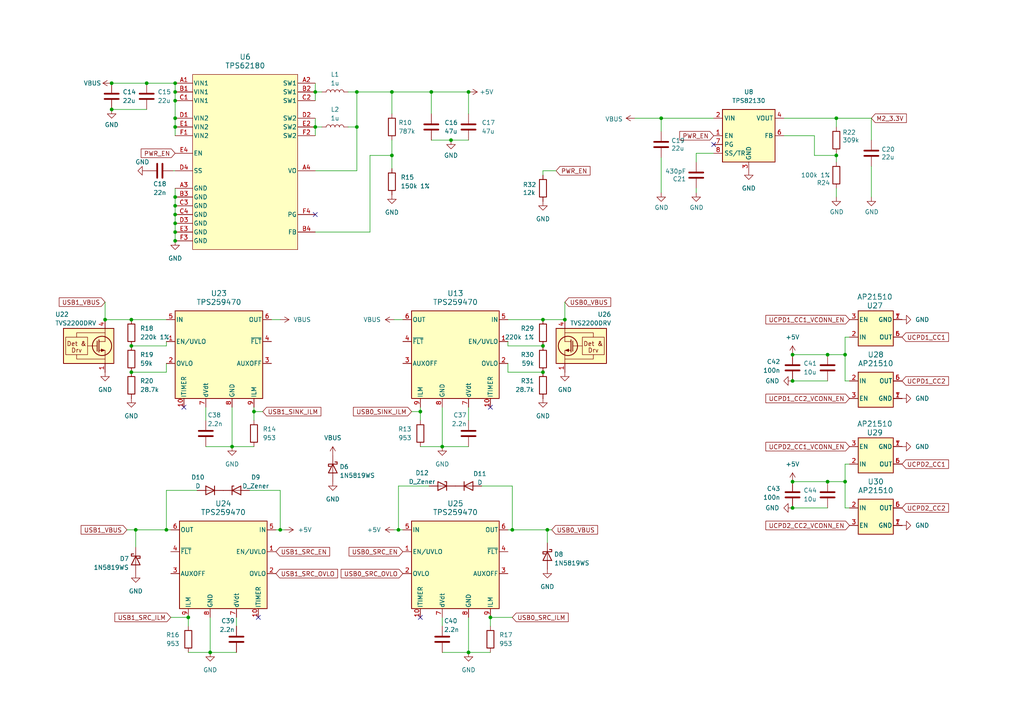
<source format=kicad_sch>
(kicad_sch (version 20231120) (generator "eeschema") (generator_version "8.0")
  (paper "A4")
  (lib_symbols
    (symbol "Device:C" (pin_numbers hide) (pin_names (offset 0.254))
      (property "Reference" "C" (at 0.635 2.54 0))
      (property "Value" "C" (at 0.635 -2.54 0))
      (symbol "C_0_1"
        (polyline (pts (xy -2.032 -0.762) (xy 2.032 -0.762)) (stroke (width 0.508)))
        (polyline (pts (xy -2.032 0.762) (xy 2.032 0.762)) (stroke (width 0.508)))
      )
      (symbol "C_1_1"
        (pin passive line (at 0 3.81 270) (length 2.794) (name "~") (number "1"))
        (pin passive line (at 0 -3.81 90) (length 2.794) (name "~") (number "2"))
      )
    )
    (symbol "Device:D" (pin_numbers hide) (pin_names (offset 1.016) hide)
      (property "Reference" "D" (at 0 2.54 0))
      (property "Value" "D" (at 0 -2.54 0))
      (symbol "D_0_1"
        (polyline (pts (xy -1.27 1.27) (xy -1.27 -1.27)) (stroke (width 0.254)))
        (polyline (pts (xy 1.27 0) (xy -1.27 0)))
        (polyline (pts (xy 1.27 1.27) (xy 1.27 -1.27) (xy -1.27 0) (xy 1.27 1.27)) (stroke (width 0.254)))
      )
      (symbol "D_1_1"
        (pin passive line (at -3.81 0 0) (length 2.54) (name "K") (number "1"))
        (pin passive line (at 3.81 0 180) (length 2.54) (name "A") (number "2"))
      )
    )
    (symbol "Device:D_Schottky" (pin_numbers hide) (pin_names (offset 1.016) hide)
      (property "Reference" "D" (at 0 2.54 0))
      (property "Value" "D_Schottky" (at 0 -2.54 0))
      (symbol "D_Schottky_0_1"
        (polyline (pts (xy 1.27 0) (xy -1.27 0)))
        (polyline (pts (xy 1.27 1.27) (xy 1.27 -1.27) (xy -1.27 0) (xy 1.27 1.27)) (stroke (width 0.254)))
        (polyline (pts (xy -1.905 0.635) (xy -1.905 1.27) (xy -1.27 1.27) (xy -1.27 -1.27) (xy -0.635 -1.27) (xy -0.635 -0.635)) (stroke (width 0.254)))
      )
      (symbol "D_Schottky_1_1"
        (pin passive line (at -3.81 0 0) (length 2.54) (name "K") (number "1"))
        (pin passive line (at 3.81 0 180) (length 2.54) (name "A") (number "2"))
      )
    )
    (symbol "Device:D_Zener" (pin_numbers hide) (pin_names (offset 1.016) hide)
      (property "Reference" "D" (at 0 2.54 0))
      (property "Value" "D_Zener" (at 0 -2.54 0))
      (symbol "D_Zener_0_1"
        (polyline (pts (xy 1.27 0) (xy -1.27 0)))
        (polyline (pts (xy -1.27 -1.27) (xy -1.27 1.27) (xy -0.762 1.27)) (stroke (width 0.254)))
        (polyline (pts (xy 1.27 -1.27) (xy 1.27 1.27) (xy -1.27 0) (xy 1.27 -1.27)) (stroke (width 0.254)))
      )
      (symbol "D_Zener_1_1"
        (pin passive line (at -3.81 0 0) (length 2.54) (name "K") (number "1"))
        (pin passive line (at 3.81 0 180) (length 2.54) (name "A") (number "2"))
      )
    )
    (symbol "Device:L" (pin_numbers hide) (pin_names (offset 1.016) hide)
      (property "Reference" "L" (at -1.27 0 90))
      (property "Value" "L" (at 1.905 0 90))
      (symbol "L_0_1"
        (arc (start 0 -2.54) (mid 0.6323 -1.905) (end 0 -1.27))
        (arc (start 0 -1.27) (mid 0.6323 -0.635) (end 0 0))
        (arc (start 0 0) (mid 0.6323 0.635) (end 0 1.27))
        (arc (start 0 1.27) (mid 0.6323 1.905) (end 0 2.54))
      )
      (symbol "L_1_1"
        (pin passive line (at 0 3.81 270) (length 1.27) (name "1") (number "1"))
        (pin passive line (at 0 -3.81 90) (length 1.27) (name "2") (number "2"))
      )
    )
    (symbol "Device:R" (pin_numbers hide) (pin_names (offset 0))
      (property "Reference" "R" (at 2.032 0 90))
      (property "Value" "R" (at 0 0 90))
      (symbol "R_0_1"
        (rectangle (start -1.016 -2.54) (end 1.016 2.54) (stroke (width 0.254)))
      )
      (symbol "R_1_1"
        (pin passive line (at 0 3.81 270) (length 1.27) (name "~") (number "1"))
        (pin passive line (at 0 -3.81 90) (length 1.27) (name "~") (number "2"))
      )
    )
    (symbol "GND_1" (power) (pin_numbers hide) (pin_names (offset 0) hide)
      (property "Value" "GND" (at 0 -3.81 0))
      (symbol "GND_1_0_1"
        (polyline (pts (xy 0 0) (xy 0 -1.27) (xy 1.27 -1.27) (xy 0 -2.54) (xy -1.27 -1.27) (xy 0 -1.27)))
      )
      (symbol "GND_1_1_1"
        (pin power_in line (at 0 0 270) (length 0) (name "~") (number "1"))
      )
    )
    (symbol "GND_2" (power) (pin_numbers hide) (pin_names (offset 0) hide)
      (property "Value" "GND" (at 0 -3.81 0))
      (symbol "GND_2_0_1"
        (polyline (pts (xy 0 0) (xy 0 -1.27) (xy 1.27 -1.27) (xy 0 -2.54) (xy -1.27 -1.27) (xy 0 -1.27)))
      )
      (symbol "GND_2_1_1"
        (pin power_in line (at 0 0 270) (length 0) (name "~") (number "1"))
      )
    )
    (symbol "GND_3" (power) (pin_numbers hide) (pin_names (offset 0) hide)
      (property "Value" "GND" (at 0 -3.81 0))
      (symbol "GND_3_0_1"
        (polyline (pts (xy 0 0) (xy 0 -1.27) (xy 1.27 -1.27) (xy 0 -2.54) (xy -1.27 -1.27) (xy 0 -1.27)))
      )
      (symbol "GND_3_1_1"
        (pin power_in line (at 0 0 270) (length 0) (name "~") (number "1"))
      )
    )
    (symbol "GND_4" (power) (pin_numbers hide) (pin_names (offset 0) hide)
      (property "Value" "GND" (at 0 -3.81 0))
      (symbol "GND_4_0_1"
        (polyline (pts (xy 0 0) (xy 0 -1.27) (xy 1.27 -1.27) (xy 0 -2.54) (xy -1.27 -1.27) (xy 0 -1.27)))
      )
      (symbol "GND_4_1_1"
        (pin power_in line (at 0 0 270) (length 0) (name "~") (number "1"))
      )
    )
    (symbol "GND_5" (power) (pin_numbers hide) (pin_names (offset 0) hide)
      (property "Value" "GND" (at 0 -3.81 0))
      (symbol "GND_5_0_1"
        (polyline (pts (xy 0 0) (xy 0 -1.27) (xy 1.27 -1.27) (xy 0 -2.54) (xy -1.27 -1.27) (xy 0 -1.27)))
      )
      (symbol "GND_5_1_1"
        (pin power_in line (at 0 0 270) (length 0) (name "~") (number "1"))
      )
    )
    (symbol "GND_6" (power) (pin_numbers hide) (pin_names (offset 0) hide)
      (property "Value" "GND" (at 0 -3.81 0))
      (symbol "GND_6_0_1"
        (polyline (pts (xy 0 0) (xy 0 -1.27) (xy 1.27 -1.27) (xy 0 -2.54) (xy -1.27 -1.27) (xy 0 -1.27)))
      )
      (symbol "GND_6_1_1"
        (pin power_in line (at 0 0 270) (length 0) (name "~") (number "1"))
      )
    )
    (symbol "PiCard:AP21510FM-7" (pin_names (offset 0.254))
      (property "Reference" "U" (at 0 9.652 0))
      (property "Value" "AP21510" (at 0 7.112 0))
      (symbol "AP21510FM-7_1_1"
        (rectangle (start -5.08 5.08) (end 5.08 -5.08) (stroke (width 0.254)) (fill (type background)))
        (pin power_out line (at 7.62 -2.54 180) (length 2.54) (name "GND") (number "1"))
        (pin input line (at -7.62 2.54 0) (length 2.54) (name "IN") (number "2"))
        (pin unspecified line (at -7.62 -2.54 0) (length 2.54) (name "EN") (number "3"))
        (pin no_connect line (at 7.62 -8.89 180) (length 2.54) hide (name "NC") (number "4"))
        (pin output line (at 7.62 2.54 180) (length 2.54) (name "OUT") (number "5"))
        (pin output line (at 7.62 2.54 180) (length 2.54) (name "OUT") (number "6"))
        (pin unspecified line (at 7.62 -2.54 180) (length 2.54) (name "GND") (number "7"))
      )
    )
    (symbol "PiCard:TPS259470" (pin_names (offset 0.254))
      (property "Reference" "U" (at -19.05 12.7 0))
      (property "Value" "TPS259470" (at 0 16.51 0))
      (symbol "TPS259470_0_1"
        (pin output line (at -10.16 -15.24 90) (length 2.54) (name "ITIMER") (number "10"))
        (pin power_in line (at -15.24 10.16 0) (length 2.54) (name "IN") (number "5"))
        (pin output line (at -3.81 -15.24 90) (length 2.54) (name "dVdt") (number "7"))
        (pin power_in line (at 3.81 -15.24 90) (length 2.54) (name "GND") (number "8"))
        (pin output line (at 10.16 -15.24 90) (length 2.54) (name "ILM") (number "9"))
      )
      (symbol "TPS259470_1_1"
        (rectangle (start -12.7 12.7) (end 12.7 -12.7) (stroke (width 0.254)) (fill (type background)))
        (pin input line (at -15.24 3.81 0) (length 2.54) (name "EN/UVLO") (number "1"))
        (pin input line (at -15.24 -2.54 0) (length 2.54) (name "OVLO") (number "2"))
        (pin output line (at 15.24 -2.54 180) (length 2.54) (name "AUXOFF") (number "3"))
        (pin output line (at 15.24 3.81 180) (length 2.54) (name "~{FLT}") (number "4"))
        (pin power_out line (at 15.24 10.16 180) (length 2.54) (name "OUT") (number "6"))
      )
    )
    (symbol "PiCard:TPS62180" (pin_names (offset 0.254))
      (property "Reference" "U" (at 0 2.54 0))
      (property "Value" "TPS62180" (at 0 0 0))
      (symbol "TPS62180_0_1"
        (pin power_in line (at -20.32 22.86 0) (length 5.08) (name "VIN1") (number "A1"))
        (pin power_in line (at 20.32 22.86 180) (length 5.08) (name "SW1") (number "A2"))
        (pin power_in line (at -20.32 -7.62 0) (length 5.08) (name "GND") (number "A3"))
        (pin input line (at 20.32 -2.54 180) (length 5.08) (name "VO") (number "A4"))
        (pin power_in line (at -20.32 20.32 0) (length 5.08) (name "VIN1") (number "B1"))
        (pin power_in line (at 20.32 20.32 180) (length 5.08) (name "SW1") (number "B2"))
        (pin power_in line (at -20.32 -10.16 0) (length 5.08) (name "GND") (number "B3"))
        (pin input line (at 20.32 -20.32 180) (length 5.08) (name "FB") (number "B4"))
        (pin power_in line (at -20.32 17.78 0) (length 5.08) (name "VIN1") (number "C1"))
        (pin power_in line (at 20.32 17.78 180) (length 5.08) (name "SW1") (number "C2"))
        (pin power_in line (at -20.32 -12.7 0) (length 5.08) (name "GND") (number "C3"))
        (pin power_in line (at -20.32 -15.24 0) (length 5.08) (name "GND") (number "C4"))
        (pin power_in line (at -20.32 12.7 0) (length 5.08) (name "VIN2") (number "D1"))
        (pin power_in line (at 20.32 12.7 180) (length 5.08) (name "SW2") (number "D2"))
        (pin power_in line (at -20.32 -17.78 0) (length 5.08) (name "GND") (number "D3"))
        (pin output line (at -20.32 -2.54 0) (length 5.08) (name "SS") (number "D4"))
        (pin power_in line (at -20.32 10.16 0) (length 5.08) (name "VIN2") (number "E1"))
        (pin power_in line (at 20.32 10.16 180) (length 5.08) (name "SW2") (number "E2"))
        (pin power_in line (at -20.32 -20.32 0) (length 5.08) (name "GND") (number "E3"))
        (pin input line (at -20.32 2.54 0) (length 5.08) (name "EN") (number "E4"))
        (pin power_in line (at -20.32 7.62 0) (length 5.08) (name "VIN2") (number "F1"))
        (pin power_in line (at 20.32 7.62 180) (length 5.08) (name "SW2") (number "F2"))
        (pin power_in line (at -20.32 -22.86 0) (length 5.08) (name "GND") (number "F3"))
        (pin output line (at 20.32 -15.24 180) (length 5.08) (name "PG") (number "F4"))
      )
      (symbol "TPS62180_1_1"
        (rectangle (start -15.24 25.4) (end 15.24 -25.4) (fill (type background)))
      )
    )
    (symbol "Power_Protection:TVS2200DRV" (pin_names (offset 0) hide)
      (property "Reference" "U" (at 2.54 1.27 0))
      (property "Value" "TVS2200DRV" (at 2.54 -1.27 0))
      (symbol "TVS2200DRV_0_0"
        (rectangle (start -11.43 2.54) (end -5.08 -2.54))
        (polyline (pts (xy 0 1.27) (xy -1.778 1.27)))
        (polyline (pts (xy -8.255 -2.54) (xy -8.255 -3.81) (xy 0 -3.81)))
        (polyline (pts (xy -8.255 2.54) (xy -8.255 3.81) (xy 0 3.81)))
        (text "Det &" (at -8.255 0.635 0) (effects (font (size 1.27 1.27))))
        (text "Drv" (at -8.255 -1.27 0) (effects (font (size 1.27 1.27))))
      )
      (symbol "TVS2200DRV_0_1"
        (rectangle (start -12.065 5.08) (end 2.54 -5.08) (stroke (width 0.254)) (fill (type background)))
        (circle (center -0.889 0) (radius 2.794) (stroke (width 0.254)))
        (polyline (pts (xy -2.286 0) (xy -5.08 0)))
        (polyline (pts (xy -2.286 1.397) (xy -2.286 -1.524)) (stroke (width 0.254)))
        (polyline (pts (xy -1.778 1.778) (xy -1.778 -1.778)) (stroke (width 0.254)))
        (polyline (pts (xy 0 -2.54) (xy 0 -5.08)))
        (polyline (pts (xy 0 2.54) (xy 0 1.27)))
        (polyline (pts (xy 0 5.08) (xy 0 2.54)))
        (polyline (pts (xy 0 -2.54) (xy 0 -1.27) (xy -1.778 -1.27)))
        (polyline (pts (xy -0.127 -1.27) (xy -1.143 -1.651) (xy -1.143 -0.889) (xy -0.127 -1.27)) (fill (type outline)))
      )
      (symbol "TVS2200DRV_1_1"
        (pin power_in line (at 0 -7.62 90) (length 2.54) (name "GND") (number "1"))
        (pin passive line (at 0 -7.62 90) (length 2.54) hide (name "GND") (number "2"))
        (pin passive line (at 0 -7.62 90) (length 2.54) hide (name "GND") (number "3"))
        (pin passive line (at 0 7.62 270) (length 2.54) (name "IN") (number "4"))
        (pin passive line (at 0 7.62 270) (length 2.54) hide (name "IN") (number "5"))
        (pin passive line (at 0 7.62 270) (length 2.54) hide (name "IN") (number "6"))
        (pin passive line (at 0 -7.62 90) (length 2.54) hide (name "GND") (number "7"))
      )
    )
    (symbol "Regulator_Switching:TPS82130"
      (property "Reference" "U" (at 1.27 11.43 0))
      (property "Value" "TPS82130" (at 5.08 8.89 0))
      (symbol "TPS82130_0_1"
        (rectangle (start -7.62 7.62) (end 7.62 -7.62) (stroke (width 0.254)) (fill (type background)))
      )
      (symbol "TPS82130_1_1"
        (pin input line (at -10.16 0 0) (length 2.54) (name "EN") (number "1"))
        (pin power_in line (at -10.16 5.08 0) (length 2.54) (name "VIN") (number "2"))
        (pin power_in line (at 0 -10.16 90) (length 2.54) (name "GND") (number "3"))
        (pin power_out line (at 10.16 5.08 180) (length 2.54) (name "VOUT") (number "4"))
        (pin passive line (at 10.16 5.08 180) (length 2.54) hide (name "VOUT") (number "5"))
        (pin input line (at 10.16 0 180) (length 2.54) (name "FB") (number "6"))
        (pin open_collector line (at -10.16 -2.54 0) (length 2.54) (name "PG") (number "7"))
        (pin input line (at -10.16 -5.08 0) (length 2.54) (name "SS/TR") (number "8"))
        (pin passive line (at 0 -10.16 90) (length 2.54) hide (name "GND") (number "9"))
      )
    )
    (symbol "power:+5V" (power) (pin_names (offset 0))
      (property "Value" "+5V" (at 0 3.556 0))
      (symbol "+5V_0_1"
        (polyline (pts (xy -0.762 1.27) (xy 0 2.54)))
        (polyline (pts (xy 0 0) (xy 0 2.54)))
        (polyline (pts (xy 0 2.54) (xy 0.762 1.27)))
      )
      (symbol "+5V_1_1"
        (pin power_in line (at 0 0 90) (length 0) hide (name "+5V") (number "1"))
      )
    )
    (symbol "power:GND" (power) (pin_names (offset 0))
      (property "Value" "GND" (at 0 -3.81 0))
      (symbol "GND_0_1"
        (polyline (pts (xy 0 0) (xy 0 -1.27) (xy 1.27 -1.27) (xy 0 -2.54) (xy -1.27 -1.27) (xy 0 -1.27)))
      )
      (symbol "GND_1_1"
        (pin power_in line (at 0 0 270) (length 0) hide (name "GND") (number "1"))
      )
    )
    (symbol "power:VBUS" (power) (pin_names (offset 0))
      (property "Value" "VBUS" (at 0 3.81 0))
      (symbol "VBUS_0_1"
        (polyline (pts (xy -0.762 1.27) (xy 0 2.54)))
        (polyline (pts (xy 0 0) (xy 0 2.54)))
        (polyline (pts (xy 0 2.54) (xy 0.762 1.27)))
      )
      (symbol "VBUS_1_1"
        (pin power_in line (at 0 0 90) (length 0) hide (name "VBUS") (number "1"))
      )
    )
  )
  (junction (at 38.1 107.95))
  (junction (at 81.28 153.67))
  (junction (at 135.89 189.23))
  (junction (at 157.48 107.95))
  (junction (at 50.8 67.31))
  (junction (at 50.8 24.13))
  (junction (at 38.1 92.71))
  (junction (at 67.31 129.54))
  (junction (at 229.87 139.7))
  (junction (at 50.8 34.29))
  (junction (at 38.1 100.33))
  (junction (at 128.27 129.54))
  (junction (at 32.385 31.75))
  (junction (at 157.48 92.71))
  (junction (at 125.095 26.67))
  (junction (at 158.75 153.67))
  (junction (at 135.89 26.67))
  (junction (at 113.665 26.67))
  (junction (at 115.57 153.67))
  (junction (at 50.8 36.83))
  (junction (at 191.77 34.29))
  (junction (at 50.8 69.85))
  (junction (at 240.03 102.87))
  (junction (at 229.87 110.49))
  (junction (at 50.8 64.77))
  (junction (at 50.8 29.21))
  (junction (at 50.8 62.23))
  (junction (at 30.48 92.71))
  (junction (at 91.44 26.67))
  (junction (at 163.83 92.71))
  (junction (at 54.61 179.07))
  (junction (at 60.96 189.23))
  (junction (at 48.26 153.67))
  (junction (at 91.44 36.83))
  (junction (at 242.57 34.29))
  (junction (at 242.57 45.085))
  (junction (at 32.385 24.13))
  (junction (at 148.59 153.67))
  (junction (at 113.665 45.085))
  (junction (at 142.24 179.07))
  (junction (at 103.505 26.67))
  (junction (at 245.11 102.87))
  (junction (at 50.8 26.67))
  (junction (at 42.545 24.13))
  (junction (at 130.81 40.64))
  (junction (at 73.66 119.38))
  (junction (at 245.11 139.7))
  (junction (at 121.92 119.38))
  (junction (at 50.8 59.69))
  (junction (at 103.505 36.83))
  (junction (at 229.87 147.32))
  (junction (at 50.8 57.15))
  (junction (at 157.48 100.33))
  (junction (at 240.03 139.7))
  (junction (at 229.87 102.87))
  (junction (at 39.37 153.67))
  (no_connect (at 91.44 62.23))
  (no_connect (at 142.24 118.11))
  (no_connect (at 74.93 179.07))
  (no_connect (at 53.34 118.11))
  (no_connect (at 207.01 41.91))
  (no_connect (at 121.92 179.07))
  (wire (pts (xy 30.48 87.63) (xy 30.48 92.71)))
  (wire (pts (xy 240.03 102.87) (xy 245.11 102.87)))
  (wire (pts (xy 32.385 31.75) (xy 42.545 31.75)))
  (wire (pts (xy 147.32 92.71) (xy 157.48 92.71)))
  (wire (pts (xy 91.44 34.29) (xy 91.44 36.83)))
  (wire (pts (xy 242.57 45.085) (xy 242.57 46.99)))
  (wire (pts (xy 60.96 189.23) (xy 54.61 189.23)))
  (wire (pts (xy 80.01 153.67) (xy 81.28 153.67)))
  (wire (pts (xy 76.2 119.38) (xy 73.66 119.38)))
  (wire (pts (xy 91.44 36.83) (xy 93.345 36.83)))
  (wire (pts (xy 91.44 26.67) (xy 91.44 29.21)))
  (wire (pts (xy 81.28 142.24) (xy 81.28 153.67)))
  (wire (pts (xy 78.74 92.71) (xy 81.28 92.71)))
  (wire (pts (xy 125.095 33.02) (xy 125.095 26.67)))
  (wire (pts (xy 227.33 34.29) (xy 242.57 34.29)))
  (wire (pts (xy 50.8 59.69) (xy 50.8 62.23)))
  (wire (pts (xy 107.315 67.31) (xy 107.315 45.085)))
  (wire (pts (xy 148.59 153.67) (xy 147.32 153.67)))
  (wire (pts (xy 48.26 107.95) (xy 38.1 107.95)))
  (wire (pts (xy 48.26 100.33) (xy 38.1 100.33)))
  (wire (pts (xy 191.77 34.29) (xy 191.77 38.1)))
  (wire (pts (xy 50.8 36.83) (xy 50.8 39.37)))
  (wire (pts (xy 147.32 99.06) (xy 147.32 100.33)))
  (wire (pts (xy 242.57 34.29) (xy 252.73 34.29)))
  (wire (pts (xy 252.73 34.29) (xy 252.73 40.64)))
  (wire (pts (xy 158.75 153.67) (xy 148.59 153.67)))
  (wire (pts (xy 50.8 26.67) (xy 50.8 29.21)))
  (wire (pts (xy 240.03 139.7) (xy 245.11 139.7)))
  (wire (pts (xy 91.44 26.67) (xy 93.345 26.67)))
  (wire (pts (xy 135.89 121.92) (xy 135.89 118.11)))
  (wire (pts (xy 245.11 139.7) (xy 245.11 147.32)))
  (wire (pts (xy 125.095 26.67) (xy 135.89 26.67)))
  (wire (pts (xy 73.66 119.38) (xy 73.66 121.92)))
  (wire (pts (xy 147.32 107.95) (xy 157.48 107.95)))
  (wire (pts (xy 229.87 102.87) (xy 240.03 102.87)))
  (wire (pts (xy 50.8 29.21) (xy 50.8 34.29)))
  (wire (pts (xy 191.77 34.29) (xy 184.15 34.29)))
  (wire (pts (xy 113.665 33.02) (xy 113.665 26.67)))
  (wire (pts (xy 114.3 153.67) (xy 115.57 153.67)))
  (wire (pts (xy 142.24 181.61) (xy 142.24 179.07)))
  (wire (pts (xy 147.32 105.41) (xy 147.32 107.95)))
  (wire (pts (xy 113.665 40.64) (xy 113.665 45.085)))
  (wire (pts (xy 60.96 179.07) (xy 60.96 189.23)))
  (wire (pts (xy 50.165 49.53) (xy 50.8 49.53)))
  (wire (pts (xy 148.59 140.97) (xy 148.59 153.67)))
  (wire (pts (xy 128.27 129.54) (xy 121.92 129.54)))
  (wire (pts (xy 50.8 64.77) (xy 50.8 67.31)))
  (wire (pts (xy 113.665 26.67) (xy 103.505 26.67)))
  (wire (pts (xy 191.77 34.29) (xy 207.01 34.29)))
  (wire (pts (xy 91.44 36.83) (xy 91.44 39.37)))
  (wire (pts (xy 39.37 153.67) (xy 48.26 153.67)))
  (wire (pts (xy 54.61 181.61) (xy 54.61 179.07)))
  (wire (pts (xy 91.44 67.31) (xy 107.315 67.31)))
  (wire (pts (xy 67.31 129.54) (xy 73.66 129.54)))
  (wire (pts (xy 135.89 33.02) (xy 135.89 26.67)))
  (wire (pts (xy 246.38 97.79) (xy 245.11 97.79)))
  (wire (pts (xy 39.37 158.75) (xy 39.37 153.67)))
  (wire (pts (xy 107.315 45.085) (xy 113.665 45.085)))
  (wire (pts (xy 201.93 54.61) (xy 201.93 55.88)))
  (wire (pts (xy 125.095 26.67) (xy 113.665 26.67)))
  (wire (pts (xy 229.87 147.32) (xy 240.03 147.32)))
  (wire (pts (xy 50.8 34.29) (xy 50.8 36.83)))
  (wire (pts (xy 68.58 181.61) (xy 68.58 179.07)))
  (wire (pts (xy 128.27 181.61) (xy 128.27 179.07)))
  (wire (pts (xy 67.31 118.11) (xy 67.31 129.54)))
  (wire (pts (xy 32.385 24.13) (xy 42.545 24.13)))
  (wire (pts (xy 50.8 57.15) (xy 50.8 59.69)))
  (wire (pts (xy 201.93 44.45) (xy 201.93 46.99)))
  (wire (pts (xy 229.87 110.49) (xy 240.03 110.49)))
  (wire (pts (xy 147.32 100.33) (xy 157.48 100.33)))
  (wire (pts (xy 103.505 36.83) (xy 103.505 49.53)))
  (wire (pts (xy 48.26 105.41) (xy 48.26 107.95)))
  (wire (pts (xy 59.69 129.54) (xy 67.31 129.54)))
  (wire (pts (xy 157.48 49.53) (xy 157.48 50.8)))
  (wire (pts (xy 48.26 142.24) (xy 48.26 153.67)))
  (wire (pts (xy 50.8 62.23) (xy 50.8 64.77)))
  (wire (pts (xy 48.26 99.06) (xy 48.26 100.33)))
  (wire (pts (xy 252.73 48.26) (xy 252.73 57.15)))
  (wire (pts (xy 245.11 102.87) (xy 245.11 110.49)))
  (wire (pts (xy 115.57 153.67) (xy 116.84 153.67)))
  (wire (pts (xy 245.11 134.62) (xy 245.11 139.7)))
  (wire (pts (xy 73.66 118.11) (xy 73.66 119.38)))
  (wire (pts (xy 135.89 189.23) (xy 142.24 189.23)))
  (wire (pts (xy 227.33 39.37) (xy 236.22 39.37)))
  (wire (pts (xy 236.22 45.085) (xy 242.57 45.085)))
  (wire (pts (xy 30.48 92.71) (xy 38.1 92.71)))
  (wire (pts (xy 163.83 87.63) (xy 163.83 92.71)))
  (wire (pts (xy 115.57 140.97) (xy 115.57 153.67)))
  (wire (pts (xy 130.81 40.64) (xy 135.89 40.64)))
  (wire (pts (xy 50.8 67.31) (xy 50.8 69.85)))
  (wire (pts (xy 158.75 153.67) (xy 158.75 157.48)))
  (wire (pts (xy 245.11 110.49) (xy 246.38 110.49)))
  (wire (pts (xy 48.26 153.67) (xy 49.53 153.67)))
  (wire (pts (xy 236.22 39.37) (xy 236.22 45.085)))
  (wire (pts (xy 229.87 139.7) (xy 240.03 139.7)))
  (wire (pts (xy 50.8 24.13) (xy 50.8 26.67)))
  (wire (pts (xy 201.93 44.45) (xy 207.01 44.45)))
  (wire (pts (xy 128.27 189.23) (xy 135.89 189.23)))
  (wire (pts (xy 135.89 129.54) (xy 128.27 129.54)))
  (wire (pts (xy 191.77 45.72) (xy 191.77 55.88)))
  (wire (pts (xy 160.02 153.67) (xy 158.75 153.67)))
  (wire (pts (xy 135.89 179.07) (xy 135.89 189.23)))
  (wire (pts (xy 161.29 49.53) (xy 157.48 49.53)))
  (wire (pts (xy 142.24 179.07) (xy 148.59 179.07)))
  (wire (pts (xy 242.57 54.61) (xy 242.57 57.15)))
  (wire (pts (xy 38.1 92.71) (xy 48.26 92.71)))
  (wire (pts (xy 121.92 118.11) (xy 121.92 119.38)))
  (wire (pts (xy 103.505 26.67) (xy 103.505 36.83)))
  (wire (pts (xy 36.83 153.67) (xy 39.37 153.67)))
  (wire (pts (xy 91.44 49.53) (xy 103.505 49.53)))
  (wire (pts (xy 50.8 54.61) (xy 50.8 57.15)))
  (wire (pts (xy 42.545 24.13) (xy 50.8 24.13)))
  (wire (pts (xy 124.46 140.97) (xy 115.57 140.97)))
  (wire (pts (xy 91.44 24.13) (xy 91.44 26.67)))
  (wire (pts (xy 68.58 189.23) (xy 60.96 189.23)))
  (wire (pts (xy 125.095 40.64) (xy 130.81 40.64)))
  (wire (pts (xy 100.965 36.83) (xy 103.505 36.83)))
  (wire (pts (xy 139.7 140.97) (xy 148.59 140.97)))
  (wire (pts (xy 121.92 119.38) (xy 121.92 121.92)))
  (wire (pts (xy 100.965 26.67) (xy 103.505 26.67)))
  (wire (pts (xy 49.53 179.07) (xy 54.61 179.07)))
  (wire (pts (xy 57.15 142.24) (xy 48.26 142.24)))
  (wire (pts (xy 114.3 92.71) (xy 116.84 92.71)))
  (wire (pts (xy 113.665 45.085) (xy 113.665 48.895)))
  (wire (pts (xy 157.48 92.71) (xy 163.83 92.71)))
  (wire (pts (xy 245.11 147.32) (xy 246.38 147.32)))
  (wire (pts (xy 245.11 97.79) (xy 245.11 102.87)))
  (wire (pts (xy 59.69 121.92) (xy 59.69 118.11)))
  (wire (pts (xy 242.57 44.45) (xy 242.57 45.085)))
  (wire (pts (xy 246.38 134.62) (xy 245.11 134.62)))
  (wire (pts (xy 128.27 118.11) (xy 128.27 129.54)))
  (wire (pts (xy 119.38 119.38) (xy 121.92 119.38)))
  (wire (pts (xy 81.28 153.67) (xy 82.55 153.67)))
  (wire (pts (xy 72.39 142.24) (xy 81.28 142.24)))
  (wire (pts (xy 242.57 36.83) (xy 242.57 34.29)))
  (global_label "USB0_VBUS" (shape input) (at 163.83 87.63 0) (property "Intersheetrefs" "${INTERSHEET_REFS}" (effects (hide yes))))
  (global_label "USB0_SINK_ILM" (shape input) (at 119.38 119.38 180) (property "Intersheetrefs" "${INTERSHEET_REFS}" (effects (hide yes))))
  (global_label "UCPD2_CC2" (shape input) (at 261.62 147.32 0) (property "Intersheetrefs" "${INTERSHEET_REFS}" (effects (hide yes))))
  (global_label "PWR_EN" (shape input) (at 207.01 39.37 180) (property "Intersheetrefs" "${INTERSHEET_REFS}" (effects (hide yes))))
  (global_label "USB1_VBUS" (shape input) (at 30.48 87.63 180) (property "Intersheetrefs" "${INTERSHEET_REFS}" (effects (hide yes))))
  (global_label "UCPD1_CC1" (shape input) (at 261.62 97.79 0) (property "Intersheetrefs" "${INTERSHEET_REFS}" (effects (hide yes))))
  (global_label "UCPD2_CC1" (shape input) (at 261.62 134.62 0) (property "Intersheetrefs" "${INTERSHEET_REFS}" (effects (hide yes))))
  (global_label "USB0_SRC_EN" (shape input) (at 116.84 160.02 180) (property "Intersheetrefs" "${INTERSHEET_REFS}" (effects (hide yes))))
  (global_label "PWR_EN" (shape input) (at 50.8 44.45 180) (property "Intersheetrefs" "${INTERSHEET_REFS}" (effects (hide yes))))
  (global_label "USB1_SRC_EN" (shape input) (at 80.01 160.02 0) (property "Intersheetrefs" "${INTERSHEET_REFS}" (effects (hide yes))))
  (global_label "USB1_VBUS" (shape input) (at 36.83 153.67 180) (property "Intersheetrefs" "${INTERSHEET_REFS}" (effects (hide yes))))
  (global_label "UCPD1_CC2" (shape input) (at 261.62 110.49 0) (property "Intersheetrefs" "${INTERSHEET_REFS}" (effects (hide yes))))
  (global_label "USB0_VBUS" (shape input) (at 160.02 153.67 0) (property "Intersheetrefs" "${INTERSHEET_REFS}" (effects (hide yes))))
  (global_label "UCPD2_CC2_VCONN_EN" (shape input) (at 246.38 152.4 180) (property "Intersheetrefs" "${INTERSHEET_REFS}" (effects (hide yes))))
  (global_label "USB1_SRC_OVLO" (shape input) (at 80.01 166.37 0) (property "Intersheetrefs" "${INTERSHEET_REFS}" (effects (hide yes))))
  (global_label "UCPD1_CC1_VCONN_EN" (shape input) (at 246.38 92.71 180) (property "Intersheetrefs" "${INTERSHEET_REFS}" (effects (hide yes))))
  (global_label "USB1_SRC_ILM" (shape input) (at 49.53 179.07 180) (property "Intersheetrefs" "${INTERSHEET_REFS}" (effects (hide yes))))
  (global_label "USB0_SRC_OVLO" (shape input) (at 116.84 166.37 180) (property "Intersheetrefs" "${INTERSHEET_REFS}" (effects (hide yes))))
  (global_label "PWR_EN" (shape input) (at 161.29 49.53 0) (property "Intersheetrefs" "${INTERSHEET_REFS}" (effects (hide yes))))
  (global_label "USB0_SRC_ILM" (shape input) (at 148.59 179.07 0) (property "Intersheetrefs" "${INTERSHEET_REFS}" (effects (hide yes))))
  (global_label "UCPD2_CC1_VCONN_EN" (shape input) (at 246.38 129.54 180) (property "Intersheetrefs" "${INTERSHEET_REFS}" (effects (hide yes))))
  (global_label "USB1_SINK_ILM" (shape input) (at 76.2 119.38 0) (property "Intersheetrefs" "${INTERSHEET_REFS}" (effects (hide yes))))
  (global_label "UCPD1_CC2_VCONN_EN" (shape input) (at 246.38 115.57 180) (property "Intersheetrefs" "${INTERSHEET_REFS}" (effects (hide yes))))
  (global_label "M2_3.3V" (shape input) (at 252.73 34.29 0) (property "Intersheetrefs" "${INTERSHEET_REFS}" (effects (hide yes))))
  (symbol (lib_id "Device:D_Zener") (at 128.27 140.97 0) (mirror y) (unit 1)
    (property "Reference" "D12" (at 122.428 137.16 0))
    (property "Value" "D_Zener" (at 122.428 139.7 0))
    (property "Description" "Zener diode" (effects (hide yes)))
  )
  (symbol (lib_name "GND_1") (lib_id "power:GND") (at 39.37 166.37 0) (mirror y) (unit 1)
    (property "Reference" "#PWR0102" (effects (hide yes)))
    (property "Value" "GND" (at 39.37 171.45 0))
    (property "Description" "Power symbol creates a global label with name \"GND\" , ground" (effects (hide yes)))
  )
  (symbol (lib_id "power:GND") (at 32.385 31.75 0) (unit 1)
    (property "Reference" "#PWR042" (effects (hide yes)))
    (property "Value" "GND" (at 32.385 36.195 0))
  )
  (symbol (lib_name "GND_3") (lib_id "power:GND") (at 261.62 92.71 90) (unit 1)
    (property "Reference" "#PWR093" (effects (hide yes)))
    (property "Value" "GND" (at 265.43 92.7099 90) (effects (justify right)))
    (property "Description" "Power symbol creates a global label with name \"GND\" , ground" (effects (hide yes)))
  )
  (symbol (lib_id "Device:C") (at 135.89 125.73 0) (mirror y) (unit 1)
    (property "Reference" "C37" (at 135.382 120.396 0) (effects (justify left)))
    (property "Value" "2.2n" (at 135.382 122.936 0) (effects (justify left)))
    (property "Footprint" "Capacitor_SMD:C_0402_1005Metric" (effects (hide yes)))
    (property "Description" "Unpolarized capacitor" (effects (hide yes)))
  )
  (symbol (lib_id "Device:C") (at 240.03 143.51 0) (unit 1)
    (property "Reference" "C44" (at 233.045 142.24 0) (effects (justify left)))
    (property "Value" "10u" (at 233.045 144.78 0) (effects (justify left)))
    (property "Footprint" "Capacitor_SMD:C_0805_2012Metric" (effects (hide yes)))
    (property "LCSC" "C15850" (effects (hide yes)))
    (property "MPN" "CL21A106KAYNNNE" (effects (hide yes)))
    (property "Manufacturer" "C15850" (effects (hide yes)))
  )
  (symbol (lib_id "Device:C") (at 240.03 106.68 0) (unit 1)
    (property "Reference" "C41" (at 233.045 105.41 0) (effects (justify left)))
    (property "Value" "10u" (at 233.045 107.95 0) (effects (justify left)))
    (property "Footprint" "Capacitor_SMD:C_0805_2012Metric" (effects (hide yes)))
    (property "LCSC" "C15850" (effects (hide yes)))
    (property "MPN" "CL21A106KAYNNNE" (effects (hide yes)))
    (property "Manufacturer" "C15850" (effects (hide yes)))
  )
  (symbol (lib_id "Device:R") (at 157.48 104.14 0) (mirror y) (unit 1)
    (property "Reference" "R30" (at 154.94 102.8699 0) (effects (justify left)))
    (property "Value" "59k" (at 154.94 105.4099 0) (effects (justify left)))
    (property "Footprint" "Resistor_SMD:R_0402_1005Metric" (effects (hide yes)))
    (property "Description" "Resistor" (effects (hide yes)))
  )
  (symbol (lib_id "PiCard:TPS259470") (at 63.5 102.87 0) (unit 1)
    (property "Reference" "U23" (at 63.5 85.09 0) (effects (font (size 1.524 1.524))))
    (property "Value" "TPS259470" (at 63.5 87.63 0) (effects (font (size 1.524 1.524))))
    (property "Footprint" "PiCard:RPW0010A-MFG" (effects (hide yes)))
    (property "Datasheet" "https://www.ti.com/lit/ds/symlink/tps25947.pdf" (effects (hide yes)))
    (property "Description" "2.7-V–23-V, 5.5-A, 28-mΩ True Reverse Current Blocking eFuse with Input Reverse Polarity Protection" (effects (hide yes)))
  )
  (symbol (lib_id "Device:C") (at 59.69 125.73 0) (unit 1)
    (property "Reference" "C38" (at 60.198 120.396 0) (effects (justify left)))
    (property "Value" "2.2n" (at 60.198 122.936 0) (effects (justify left)))
    (property "Footprint" "Capacitor_SMD:C_0402_1005Metric" (effects (hide yes)))
    (property "Description" "Unpolarized capacitor" (effects (hide yes)))
  )
  (symbol (lib_name "GND_3") (lib_id "power:GND") (at 261.62 115.57 90) (unit 1)
    (property "Reference" "#PWR094" (effects (hide yes)))
    (property "Value" "GND" (at 265.43 115.5699 90) (effects (justify right)))
    (property "Description" "Power symbol creates a global label with name \"GND\" , ground" (effects (hide yes)))
  )
  (symbol (lib_id "power:GND") (at 242.57 57.15 0) (unit 1)
    (property "Reference" "#PWR061" (effects (hide yes)))
    (property "Value" "GND" (at 242.6716 61.468 0))
  )
  (symbol (lib_id "power:+5V") (at 82.55 153.67 270) (unit 1)
    (property "Reference" "#PWR085" (effects (hide yes)))
    (property "Value" "+5V" (at 86.36 153.6699 90) (effects (justify left)))
  )
  (symbol (lib_name "GND_6") (lib_id "power:GND") (at 38.1 115.57 0) (unit 1)
    (property "Reference" "#PWR0107" (effects (hide yes)))
    (property "Value" "GND" (at 38.1 120.65 0))
    (property "Description" "Power symbol creates a global label with name \"GND\" , ground" (effects (hide yes)))
  )
  (symbol (lib_id "Device:R") (at 54.61 185.42 0) (mirror y) (unit 1)
    (property "Reference" "R16" (at 52.07 184.1499 0) (effects (justify left)))
    (property "Value" "953" (at 52.07 186.6899 0) (effects (justify left)))
    (property "Footprint" "Resistor_SMD:R_0402_1005Metric" (effects (hide yes)))
    (property "Description" "Resistor" (effects (hide yes)))
  )
  (symbol (lib_name "GND_5") (lib_id "power:GND") (at 30.48 107.95 0) (unit 1)
    (property "Reference" "#PWR0106" (effects (hide yes)))
    (property "Value" "GND" (at 30.48 113.03 0))
    (property "Description" "Power symbol creates a global label with name \"GND\" , ground" (effects (hide yes)))
  )
  (symbol (lib_id "Power_Protection:TVS2200DRV") (at 163.83 100.33 0) (mirror y) (unit 1)
    (property "Reference" "U26" (at 177.292 91.186 0) (effects (justify left)))
    (property "Value" "TVS2200DRV" (at 177.292 93.726 0) (effects (justify left)))
    (property "Footprint" "Package_SON:WSON-6-1EP_2x2mm_P0.65mm_EP1x1.6mm" (effects (hide yes)))
    (property "Datasheet" "http://www.ti.com/lit/ds/symlink/tvs2200.pdf" (effects (hide yes)))
    (property "Description" "Flat-Clamp Surge Protection Device. 22Vrwm, WSON-6" (effects (hide yes)))
  )
  (symbol (lib_id "Device:C") (at 252.73 44.45 0) (unit 1)
    (property "Reference" "C20" (at 255.651 43.3324 0) (effects (justify left)))
    (property "Value" "22u" (at 255.651 45.5676 0) (effects (justify left)))
    (property "Footprint" "Capacitor_SMD:C_0805_2012Metric" (effects (hide yes)))
    (property "LCSC" "C45783" (effects (hide yes)))
    (property "MPN" "CL21A226MAQNNNE" (effects (hide yes)))
    (property "Manufacturer" "Samsung" (effects (hide yes)))
  )
  (symbol (lib_name "GND_1") (lib_id "power:GND") (at 158.75 165.1 0) (unit 1)
    (property "Reference" "#PWR0103" (effects (hide yes)))
    (property "Value" "GND" (at 158.75 170.18 0))
    (property "Description" "Power symbol creates a global label with name \"GND\" , ground" (effects (hide yes)))
  )
  (symbol (lib_id "Device:C") (at 32.385 27.94 0) (unit 1)
    (property "Reference" "C14" (at 35.56 26.67 0) (effects (justify left)))
    (property "Value" "22u" (at 35.56 29.21 0) (effects (justify left)))
    (property "Footprint" "Capacitor_SMD:C_0805_2012Metric" (effects (hide yes)))
    (property "LCSC" "C45783" (effects (hide yes)))
    (property "MPN" "CL21A226MAQNNNE" (effects (hide yes)))
    (property "Manufacturer" "Samsung" (effects (hide yes)))
  )
  (symbol (lib_id "Device:C") (at 125.095 36.83 0) (unit 1)
    (property "Reference" "C16" (at 128.905 35.56 0) (effects (justify left)))
    (property "Value" "47u" (at 128.905 38.1 0) (effects (justify left)))
    (property "Footprint" "Capacitor_SMD:C_0805_2012Metric" (effects (hide yes)))
    (property "LCSC" "C16780" (effects (hide yes)))
    (property "MPN" "CL21A476MQYNNNE" (effects (hide yes)))
    (property "Manufacturer" "Samsung" (effects (hide yes)))
  )
  (symbol (lib_id "Device:C") (at 229.87 143.51 0) (mirror y) (unit 1)
    (property "Reference" "C43" (at 226.314 141.732 0) (effects (justify left)))
    (property "Value" "100n" (at 226.314 144.272 0) (effects (justify left)))
    (property "Footprint" "Capacitor_SMD:C_0402_1005Metric" (effects (hide yes)))
    (property "LCSC" "C307331" (effects (hide yes)))
    (property "MPN" "CL05B104KB54PNC" (effects (hide yes)))
    (property "Manufacturer" "Samsung" (effects (hide yes)))
  )
  (symbol (lib_id "Device:L") (at 97.155 26.67 90) (unit 1)
    (property "Reference" "L1" (at 97.155 21.59 90))
    (property "Value" "1u" (at 97.155 24.13 90))
    (property "Footprint" "Inductor_SMD:L_1008_2520Metric" (effects (hide yes)))
    (property "LCSC" "C435392" (effects (hide yes)))
    (property "MPN" "DFE252012F-1R0M=P2" (effects (hide yes)))
    (property "Manufacturer" "Murata" (effects (hide yes)))
  )
  (symbol (lib_id "power:VBUS") (at 81.28 92.71 270) (unit 1)
    (property "Reference" "#PWR083" (effects (hide yes)))
    (property "Value" "VBUS" (at 85.09 92.7099 90) (effects (justify left)))
  )
  (symbol (lib_name "GND_2") (lib_id "power:GND") (at 229.87 147.32 270) (unit 1)
    (property "Reference" "#PWR098" (effects (hide yes)))
    (property "Value" "GND" (at 226.06 147.3199 90) (effects (justify right)))
    (property "Description" "Power symbol creates a global label with name \"GND\" , ground" (effects (hide yes)))
  )
  (symbol (lib_id "Device:D_Schottky") (at 96.52 135.89 270) (unit 1)
    (property "Reference" "D6" (at 99.822 135.382 90))
    (property "Value" "1N5819WS" (at 103.632 137.922 90))
    (property "Footprint" "Diode_SMD:D_SOD-323" (effects (hide yes)))
    (property "LCSC" "C191023" (effects (hide yes)))
    (property "MPN" "1N5819WS" (effects (hide yes)))
    (property "Manufacturer" "Guangdong Hottech" (effects (hide yes)))
  )
  (symbol (lib_id "Device:L") (at 97.155 36.83 90) (unit 1)
    (property "Reference" "L2" (at 97.155 31.75 90))
    (property "Value" "1u" (at 97.155 34.29 90))
    (property "Footprint" "Inductor_SMD:L_1008_2520Metric" (effects (hide yes)))
    (property "LCSC" "C435392" (effects (hide yes)))
    (property "MPN" "DFE252012F-1R0M=P2" (effects (hide yes)))
    (property "Manufacturer" "Murata" (effects (hide yes)))
  )
  (symbol (lib_id "PiCard:AP21510FM-7") (at 254 149.86 0) (unit 1)
    (property "Reference" "U30" (at 254 139.7 0) (effects (font (size 1.524 1.524))))
    (property "Value" "AP21510" (at 254 142.24 0) (effects (font (size 1.524 1.524))))
    (property "Footprint" "Package_DFN_QFN:DFN-6-1EP_2x1.8mm_P0.5mm_EP1.2x1.6mm" (effects (hide yes)))
    (property "Datasheet" "https://www.diodes.com/assets/Datasheets/AP21410_21510.pdf" (effects (hide yes)))
  )
  (symbol (lib_id "power:GND") (at 130.81 40.64 0) (unit 1)
    (property "Reference" "#PWR043" (effects (hide yes)))
    (property "Value" "GND" (at 130.81 45.085 0))
  )
  (symbol (lib_id "power:+5V") (at 135.89 26.67 270) (unit 1)
    (property "Reference" "#PWR040" (effects (hide yes)))
    (property "Value" "+5V" (at 139.065 26.6699 90) (effects (justify left)))
  )
  (symbol (lib_id "power:VBUS") (at 114.3 92.71 90) (unit 1)
    (property "Reference" "#PWR084" (effects (hide yes)))
    (property "Value" "VBUS" (at 110.49 92.7099 90) (effects (justify left)))
  )
  (symbol (lib_id "power:GND") (at 217.17 49.53 0) (unit 1)
    (property "Reference" "#PWR058" (effects (hide yes)))
    (property "Value" "GND" (at 217.17 54.61 0))
  )
  (symbol (lib_id "power:+5V") (at 114.3 153.67 90) (unit 1)
    (property "Reference" "#PWR086" (effects (hide yes)))
    (property "Value" "+5V" (at 110.49 153.6699 90) (effects (justify left)))
  )
  (symbol (lib_id "power:+5V") (at 229.87 139.7 0) (unit 1)
    (property "Reference" "#PWR096" (effects (hide yes)))
    (property "Value" "+5V" (at 229.87 134.62 0))
  )
  (symbol (lib_id "PiCard:AP21510FM-7") (at 254 95.25 0) (mirror x) (unit 1)
    (property "Reference" "U27" (at 253.746 88.646 0) (effects (font (size 1.524 1.524))))
    (property "Value" "AP21510" (at 253.746 86.106 0) (effects (font (size 1.524 1.524))))
    (property "Footprint" "Package_DFN_QFN:DFN-6-1EP_2x1.8mm_P0.5mm_EP1.2x1.6mm" (effects (hide yes)))
    (property "Datasheet" "https://www.diodes.com/assets/Datasheets/AP21410_21510.pdf" (effects (hide yes)))
  )
  (symbol (lib_id "Device:C") (at 191.77 41.91 0) (unit 1)
    (property "Reference" "C19" (at 194.691 40.7924 0) (effects (justify left)))
    (property "Value" "22u" (at 194.691 43.0276 0) (effects (justify left)))
    (property "Footprint" "Capacitor_SMD:C_0805_2012Metric" (effects (hide yes)))
    (property "LCSC" "C45783" (effects (hide yes)))
    (property "MPN" "CL21A226MAQNNNE" (effects (hide yes)))
    (property "Manufacturer" "Samsung" (effects (hide yes)))
  )
  (symbol (lib_name "GND_4") (lib_id "power:GND") (at 163.83 107.95 0) (unit 1)
    (property "Reference" "#PWR0104" (effects (hide yes)))
    (property "Value" "GND" (at 163.83 113.03 0))
    (property "Description" "Power symbol creates a global label with name \"GND\" , ground" (effects (hide yes)))
  )
  (symbol (lib_id "Power_Protection:TVS2200DRV") (at 30.48 100.33 0) (unit 1)
    (property "Reference" "U22" (at 16.002 91.186 0) (effects (justify left)))
    (property "Value" "TVS2200DRV" (at 16.002 93.726 0) (effects (justify left)))
    (property "Footprint" "Package_SON:WSON-6-1EP_2x2mm_P0.65mm_EP1x1.6mm" (effects (hide yes)))
    (property "Datasheet" "http://www.ti.com/lit/ds/symlink/tvs2200.pdf" (effects (hide yes)))
    (property "Description" "Flat-Clamp Surge Protection Device. 22Vrwm, WSON-6" (effects (hide yes)))
  )
  (symbol (lib_id "Device:D") (at 135.89 140.97 0) (unit 1)
    (property "Reference" "D11" (at 139.192 137.414 0))
    (property "Value" "D" (at 139.192 139.954 0))
    (property "Description" "Diode" (effects (hide yes)))
    (property "Sim.Device" "D" (effects (hide yes)))
    (property "Sim.Pins" "1=K 2=A" (effects (hide yes)))
  )
  (symbol (lib_id "Device:R") (at 113.665 52.705 0) (unit 1)
    (property "Reference" "R15" (at 116.205 51.435 0) (effects (justify left)))
    (property "Value" "150k 1%" (at 116.205 53.975 0) (effects (justify left)))
    (property "Footprint" "Resistor_SMD:R_0402_1005Metric" (effects (hide yes)))
    (property "LCSC" "C25755" (effects (hide yes)))
    (property "MPN" "0402WGF1503TCE" (effects (hide yes)))
    (property "Manufacturer" "Uniroyal" (effects (hide yes)))
  )
  (symbol (lib_id "power:GND") (at 252.73 57.15 0) (unit 1)
    (property "Reference" "#PWR062" (effects (hide yes)))
    (property "Value" "GND" (at 252.8316 61.468 0))
  )
  (symbol (lib_id "Device:R") (at 157.48 54.61 0) (unit 1)
    (property "Reference" "R32" (at 151.638 53.5686 0) (effects (justify left)))
    (property "Value" "12k" (at 151.638 55.88 0) (effects (justify left)))
    (property "Footprint" "Resistor_SMD:R_0402_1005Metric" (effects (hide yes)))
    (property "LCSC" "C25752" (effects (hide yes)))
    (property "MPN" "0402WGF1202TCE" (effects (hide yes)))
    (property "Manufacturer" "Uniroyal" (effects (hide yes)))
  )
  (symbol (lib_id "PiCard:TPS62180") (at 71.12 46.99 0) (unit 1)
    (property "Reference" "U6" (at 71.12 16.51 0) (effects (font (size 1.524 1.524))))
    (property "Value" "TPS62180" (at 71.12 19.05 0) (effects (font (size 1.524 1.524))))
    (property "Footprint" "PiCard:YZF0024AMAM" (effects (hide yes)))
    (property "Datasheet" "https://www.ti.com/lit/ds/symlink/tps62180.pdf" (effects (hide yes)))
    (property "LCSC" "C2071394" (effects (hide yes)))
    (property "MPN" "TPS62180YZFR" (effects (hide yes)))
    (property "Manufacturer" "Texas Instruments" (effects (hide yes)))
  )
  (symbol (lib_id "PiCard:TPS259470") (at 132.08 102.87 0) (mirror y) (unit 1)
    (property "Reference" "U13" (at 132.08 85.09 0) (effects (font (size 1.524 1.524))))
    (property "Value" "TPS259470" (at 132.08 87.63 0) (effects (font (size 1.524 1.524))))
    (property "Footprint" "PiCard:RPW0010A-MFG" (effects (hide yes)))
    (property "Datasheet" "https://www.ti.com/lit/ds/symlink/tps25947.pdf" (effects (hide yes)))
    (property "Description" "2.7-V–23-V, 5.5-A, 28-mΩ True Reverse Current Blocking eFuse with Input Reverse Polarity Protection" (effects (hide yes)))
  )
  (symbol (lib_name "GND_1") (lib_id "power:GND") (at 67.31 129.54 0) (unit 1)
    (property "Reference" "#PWR079" (effects (hide yes)))
    (property "Value" "GND" (at 67.31 134.62 0))
    (property "Description" "Power symbol creates a global label with name \"GND\" , ground" (effects (hide yes)))
  )
  (symbol (lib_id "power:GND") (at 157.48 58.42 0) (mirror y) (unit 1)
    (property "Reference" "#PWR0118" (effects (hide yes)))
    (property "Value" "GND" (at 157.48 63.5 0))
    (property "Description" "Power symbol creates a global label with name \"GND\" , ground" (effects (hide yes)))
  )
  (symbol (lib_id "PiCard:AP21510FM-7") (at 254 132.08 0) (mirror x) (unit 1)
    (property "Reference" "U29" (at 253.746 125.476 0) (effects (font (size 1.524 1.524))))
    (property "Value" "AP21510" (at 253.746 122.936 0) (effects (font (size 1.524 1.524))))
    (property "Footprint" "Package_DFN_QFN:DFN-6-1EP_2x1.8mm_P0.5mm_EP1.2x1.6mm" (effects (hide yes)))
    (property "Datasheet" "https://www.diodes.com/assets/Datasheets/AP21410_21510.pdf" (effects (hide yes)))
  )
  (symbol (lib_id "Device:D_Zener") (at 68.58 142.24 0) (unit 1)
    (property "Reference" "D9" (at 74.168 138.43 0))
    (property "Value" "D_Zener" (at 74.168 140.97 0))
    (property "Description" "Zener diode" (effects (hide yes)))
  )
  (symbol (lib_id "Device:R") (at 38.1 111.76 0) (unit 1)
    (property "Reference" "R20" (at 40.64 110.4899 0) (effects (justify left)))
    (property "Value" "28.7k" (at 40.64 113.0299 0) (effects (justify left)))
    (property "Footprint" "Resistor_SMD:R_0402_1005Metric" (effects (hide yes)))
    (property "Description" "Resistor" (effects (hide yes)))
  )
  (symbol (lib_name "GND_3") (lib_id "power:GND") (at 261.62 152.4 90) (unit 1)
    (property "Reference" "#PWR099" (effects (hide yes)))
    (property "Value" "GND" (at 265.43 152.3999 90) (effects (justify right)))
    (property "Description" "Power symbol creates a global label with name \"GND\" , ground" (effects (hide yes)))
  )
  (symbol (lib_id "Device:C") (at 128.27 185.42 0) (unit 1)
    (property "Reference" "C40" (at 128.778 180.086 0) (effects (justify left)))
    (property "Value" "2.2n" (at 128.778 182.626 0) (effects (justify left)))
    (property "Footprint" "Capacitor_SMD:C_0402_1005Metric" (effects (hide yes)))
    (property "Description" "Unpolarized capacitor" (effects (hide yes)))
  )
  (symbol (lib_id "Device:R") (at 142.24 185.42 0) (unit 1)
    (property "Reference" "R17" (at 144.78 184.1499 0) (effects (justify left)))
    (property "Value" "953" (at 144.78 186.6899 0) (effects (justify left)))
    (property "Footprint" "Resistor_SMD:R_0402_1005Metric" (effects (hide yes)))
    (property "Description" "Resistor" (effects (hide yes)))
  )
  (symbol (lib_name "GND_6") (lib_id "power:GND") (at 157.48 115.57 0) (mirror y) (unit 1)
    (property "Reference" "#PWR0111" (effects (hide yes)))
    (property "Value" "GND" (at 157.48 120.65 0))
    (property "Description" "Power symbol creates a global label with name \"GND\" , ground" (effects (hide yes)))
  )
  (symbol (lib_id "Device:R") (at 157.48 111.76 0) (mirror y) (unit 1)
    (property "Reference" "R31" (at 154.94 110.4899 0) (effects (justify left)))
    (property "Value" "28.7k" (at 154.94 113.0299 0) (effects (justify left)))
    (property "Footprint" "Resistor_SMD:R_0402_1005Metric" (effects (hide yes)))
    (property "Description" "Resistor" (effects (hide yes)))
  )
  (symbol (lib_id "power:GND") (at 191.77 55.88 0) (unit 1)
    (property "Reference" "#PWR059" (effects (hide yes)))
    (property "Value" "GND" (at 191.8716 60.198 0))
  )
  (symbol (lib_id "power:GND") (at 113.665 56.515 0) (unit 1)
    (property "Reference" "#PWR048" (effects (hide yes)))
    (property "Value" "GND" (at 113.665 61.595 0))
  )
  (symbol (lib_id "Device:R") (at 38.1 104.14 0) (unit 1)
    (property "Reference" "R19" (at 40.64 102.8699 0) (effects (justify left)))
    (property "Value" "59k" (at 40.64 105.4099 0) (effects (justify left)))
    (property "Footprint" "Resistor_SMD:R_0402_1005Metric" (effects (hide yes)))
    (property "Description" "Resistor" (effects (hide yes)))
  )
  (symbol (lib_id "Device:C") (at 68.58 185.42 0) (mirror y) (unit 1)
    (property "Reference" "C39" (at 68.072 180.086 0) (effects (justify left)))
    (property "Value" "2.2n" (at 68.072 182.626 0) (effects (justify left)))
    (property "Footprint" "Capacitor_SMD:C_0402_1005Metric" (effects (hide yes)))
    (property "Description" "Unpolarized capacitor" (effects (hide yes)))
  )
  (symbol (lib_id "power:VBUS") (at 96.52 132.08 0) (unit 1)
    (property "Reference" "#PWR0100" (effects (hide yes)))
    (property "Value" "VBUS" (at 96.52 127 0))
  )
  (symbol (lib_id "PiCard:TPS259470") (at 64.77 163.83 0) (mirror y) (unit 1)
    (property "Reference" "U24" (at 64.77 146.05 0) (effects (font (size 1.524 1.524))))
    (property "Value" "TPS259470" (at 64.77 148.59 0) (effects (font (size 1.524 1.524))))
    (property "Footprint" "PiCard:RPW0010A-MFG" (effects (hide yes)))
    (property "Datasheet" "https://www.ti.com/lit/ds/symlink/tps25947.pdf" (effects (hide yes)))
    (property "Description" "2.7-V–23-V, 5.5-A, 28-mΩ True Reverse Current Blocking eFuse with Input Reverse Polarity Protection" (effects (hide yes)))
  )
  (symbol (lib_id "Device:R") (at 113.665 36.83 0) (unit 1)
    (property "Reference" "R10" (at 115.57 35.56 0) (effects (justify left)))
    (property "Value" "787k" (at 115.57 38.1 0) (effects (justify left)))
    (property "Footprint" "Resistor_SMD:R_0402_1005Metric" (effects (hide yes)))
    (property "LCSC" "C158978" (effects (hide yes)))
    (property "MPN" "RTT027873FTH" (effects (hide yes)))
    (property "Manufacturer" "RALEC" (effects (hide yes)))
  )
  (symbol (lib_id "Device:C") (at 46.355 49.53 270) (unit 1)
    (property "Reference" "C18" (at 46.355 53.34 90))
    (property "Value" "22n" (at 46.355 55.88 90))
    (property "Footprint" "Capacitor_SMD:C_0603_1608Metric" (effects (hide yes)))
    (property "LCSC" "C21122" (effects (hide yes)))
    (property "MPN" "CL10B223KB8NNNC" (effects (hide yes)))
    (property "Manufacturer" "Samsung" (effects (hide yes)))
  )
  (symbol (lib_name "GND_2") (lib_id "power:GND") (at 229.87 110.49 270) (unit 1)
    (property "Reference" "#PWR087" (effects (hide yes)))
    (property "Value" "GND" (at 226.06 110.4899 90) (effects (justify right)))
    (property "Description" "Power symbol creates a global label with name \"GND\" , ground" (effects (hide yes)))
  )
  (symbol (lib_id "Device:D") (at 60.96 142.24 0) (mirror y) (unit 1)
    (property "Reference" "D10" (at 57.404 138.43 0))
    (property "Value" "D" (at 57.404 140.97 0))
    (property "Description" "Diode" (effects (hide yes)))
    (property "Sim.Device" "D" (effects (hide yes)))
    (property "Sim.Pins" "1=K 2=A" (effects (hide yes)))
  )
  (symbol (lib_id "Device:D_Schottky") (at 158.75 161.29 270) (unit 1)
    (property "Reference" "D8" (at 162.052 160.782 90))
    (property "Value" "1N5819WS" (at 165.862 163.322 90))
    (property "Footprint" "Diode_SMD:D_SOD-323" (effects (hide yes)))
    (property "LCSC" "C191023" (effects (hide yes)))
    (property "MPN" "1N5819WS" (effects (hide yes)))
    (property "Manufacturer" "Guangdong Hottech" (effects (hide yes)))
  )
  (symbol (lib_id "Regulator_Switching:TPS82130") (at 217.17 39.37 0) (unit 1)
    (property "Reference" "U8" (at 217.17 26.67 0))
    (property "Value" "TPS82130" (at 217.17 29.21 0))
    (property "Footprint" "PiCard:Texas_SIL0008D_MicroSiP-8-1EP_2.8x3mm_P0.65mm_EP1.1x1.9mm_ThermalVias" (effects (hide yes)))
    (property "Datasheet" "http://www.ti.com/lit/ds/symlink/tps82130.pdf" (effects (hide yes)))
    (property "LCSC" "C473914" (effects (hide yes)))
    (property "MPN" "TPS82130SILR" (effects (hide yes)))
    (property "Manufacturer" "Texas Instruments" (effects (hide yes)))
  )
  (symbol (lib_name "GND_1") (lib_id "power:GND") (at 128.27 129.54 0) (mirror y) (unit 1)
    (property "Reference" "#PWR080" (effects (hide yes)))
    (property "Value" "GND" (at 128.27 134.62 0))
    (property "Description" "Power symbol creates a global label with name \"GND\" , ground" (effects (hide yes)))
  )
  (symbol (lib_id "power:+5V") (at 229.87 102.87 0) (unit 1)
    (property "Reference" "#PWR092" (effects (hide yes)))
    (property "Value" "+5V" (at 229.87 97.79 0))
  )
  (symbol (lib_id "power:VBUS") (at 32.385 24.13 90) (mirror x) (unit 1)
    (property "Reference" "#PWR039" (effects (hide yes)))
    (property "Value" "VBUS" (at 26.797 24.13 90))
  )
  (symbol (lib_id "Device:R") (at 242.57 50.8 180) (unit 1)
    (property "Reference" "R24" (at 240.792 53.0352 0) (effects (justify left)))
    (property "Value" "100k 1%" (at 240.792 50.8 0) (effects (justify left)))
    (property "Footprint" "Resistor_SMD:R_0402_1005Metric" (effects (hide yes)))
    (property "LCSC" "C25741" (effects (hide yes)))
    (property "MPN" "0402WGF1003TCE" (effects (hide yes)))
    (property "Manufacturer" "Uniroyal" (effects (hide yes)))
  )
  (symbol (lib_id "Device:C") (at 42.545 27.94 0) (unit 1)
    (property "Reference" "C15" (at 45.72 26.67 0) (effects (justify left)))
    (property "Value" "22u" (at 45.72 29.21 0) (effects (justify left)))
    (property "Footprint" "Capacitor_SMD:C_0805_2012Metric" (effects (hide yes)))
    (property "LCSC" "C45783" (effects (hide yes)))
    (property "MPN" "CL21A226MAQNNNE" (effects (hide yes)))
    (property "Manufacturer" "Samsung" (effects (hide yes)))
  )
  (symbol (lib_name "GND_3") (lib_id "power:GND") (at 261.62 129.54 90) (unit 1)
    (property "Reference" "#PWR095" (effects (hide yes)))
    (property "Value" "GND" (at 265.43 129.5399 90) (effects (justify right)))
    (property "Description" "Power symbol creates a global label with name \"GND\" , ground" (effects (hide yes)))
  )
  (symbol (lib_id "power:GND") (at 50.8 69.85 0) (unit 1)
    (property "Reference" "#PWR052" (effects (hide yes)))
    (property "Value" "GND" (at 50.8 74.93 0))
  )
  (symbol (lib_id "Device:R") (at 73.66 125.73 0) (unit 1)
    (property "Reference" "R14" (at 76.2 124.4599 0) (effects (justify left)))
    (property "Value" "953" (at 76.2 126.9999 0) (effects (justify left)))
    (property "Footprint" "Resistor_SMD:R_0402_1005Metric" (effects (hide yes)))
    (property "Description" "Resistor" (effects (hide yes)))
  )
  (symbol (lib_name "GND_1") (lib_id "power:GND") (at 96.52 139.7 0) (mirror y) (unit 1)
    (property "Reference" "#PWR0101" (effects (hide yes)))
    (property "Value" "GND" (at 96.52 144.78 0))
    (property "Description" "Power symbol creates a global label with name \"GND\" , ground" (effects (hide yes)))
  )
  (symbol (lib_id "power:GND") (at 201.93 55.88 0) (unit 1)
    (property "Reference" "#PWR060" (effects (hide yes)))
    (property "Value" "GND" (at 202.0316 60.198 0))
  )
  (symbol (lib_name "GND_1") (lib_id "power:GND") (at 60.96 189.23 0) (mirror y) (unit 1)
    (property "Reference" "#PWR081" (effects (hide yes)))
    (property "Value" "GND" (at 60.96 194.31 0))
    (property "Description" "Power symbol creates a global label with name \"GND\" , ground" (effects (hide yes)))
  )
  (symbol (lib_id "Device:R") (at 121.92 125.73 0) (mirror y) (unit 1)
    (property "Reference" "R13" (at 119.38 124.4599 0) (effects (justify left)))
    (property "Value" "953" (at 119.38 126.9999 0) (effects (justify left)))
    (property "Footprint" "Resistor_SMD:R_0402_1005Metric" (effects (hide yes)))
    (property "Description" "Resistor" (effects (hide yes)))
  )
  (symbol (lib_id "Device:C") (at 201.93 50.8 180) (unit 1)
    (property "Reference" "C21" (at 199.009 51.9176 0) (effects (justify left)))
    (property "Value" "430pF" (at 199.009 49.6824 0) (effects (justify left)))
    (property "Footprint" "Capacitor_SMD:C_0402_1005Metric" (effects (hide yes)))
    (property "LCSC" "C519571" (effects (hide yes)))
    (property "MPN" "CC0603FRNPO9BN431" (effects (hide yes)))
    (property "Manufacturer" "YAGEO" (effects (hide yes)))
  )
  (symbol (lib_id "Device:D_Schottky") (at 39.37 162.56 90) (mirror x) (unit 1)
    (property "Reference" "D7" (at 36.068 162.052 90))
    (property "Value" "1N5819WS" (at 32.258 164.592 90))
    (property "Footprint" "Diode_SMD:D_SOD-323" (effects (hide yes)))
    (property "LCSC" "C191023" (effects (hide yes)))
    (property "MPN" "1N5819WS" (effects (hide yes)))
    (property "Manufacturer" "Guangdong Hottech" (effects (hide yes)))
  )
  (symbol (lib_id "PiCard:TPS259470") (at 132.08 163.83 0) (unit 1)
    (property "Reference" "U25" (at 132.08 146.05 0) (effects (font (size 1.524 1.524))))
    (property "Value" "TPS259470" (at 132.08 148.59 0) (effects (font (size 1.524 1.524))))
    (property "Footprint" "PiCard:RPW0010A-MFG" (effects (hide yes)))
    (property "Datasheet" "https://www.ti.com/lit/ds/symlink/tps25947.pdf" (effects (hide yes)))
    (property "Description" "2.7-V–23-V, 5.5-A, 28-mΩ True Reverse Current Blocking eFuse with Input Reverse Polarity Protection" (effects (hide yes)))
  )
  (symbol (lib_id "Device:R") (at 38.1 96.52 0) (unit 1)
    (property "Reference" "R18" (at 40.64 95.2499 0) (effects (justify left)))
    (property "Value" "220k 1%" (at 40.64 97.7899 0) (effects (justify left)))
    (property "Footprint" "Resistor_SMD:R_0402_1005Metric" (effects (hide yes)))
    (property "Description" "Resistor" (effects (hide yes)))
  )
  (symbol (lib_id "PiCard:AP21510FM-7") (at 254 113.03 0) (unit 1)
    (property "Reference" "U28" (at 254 102.87 0) (effects (font (size 1.524 1.524))))
    (property "Value" "AP21510" (at 254 105.41 0) (effects (font (size 1.524 1.524))))
    (property "Footprint" "Package_DFN_QFN:DFN-6-1EP_2x1.8mm_P0.5mm_EP1.2x1.6mm" (effects (hide yes)))
    (property "Datasheet" "https://www.diodes.com/assets/Datasheets/AP21410_21510.pdf" (effects (hide yes)))
  )
  (symbol (lib_id "Device:R") (at 242.57 40.64 0) (unit 1)
    (property "Reference" "R22" (at 244.348 38.4048 0) (effects (justify left)))
    (property "Value" "309k" (at 244.348 40.64 0) (effects (justify left)))
    (property "Footprint" "Resistor_SMD:R_0402_1005Metric" (effects (hide yes)))
    (property "LCSC" "C159040" (effects (hide yes)))
    (property "MPN" "RTT023093FTH" (effects (hide yes)))
    (property "Manufacturer" "RALEC" (effects (hide yes)))
  )
  (symbol (lib_id "Device:C") (at 135.89 36.83 0) (unit 1)
    (property "Reference" "C17" (at 139.7 35.56 0) (effects (justify left)))
    (property "Value" "47u" (at 139.7 38.1 0) (effects (justify left)))
    (property "Footprint" "Capacitor_SMD:C_0805_2012Metric" (effects (hide yes)))
    (property "LCSC" "C16780" (effects (hide yes)))
    (property "MPN" "CL21A476MQYNNNE" (effects (hide yes)))
    (property "Manufacturer" "Samsung" (effects (hide yes)))
  )
  (symbol (lib_name "GND_1") (lib_id "power:GND") (at 135.89 189.23 0) (unit 1)
    (property "Reference" "#PWR082" (effects (hide yes)))
    (property "Value" "GND" (at 135.89 194.31 0))
    (property "Description" "Power symbol creates a global label with name \"GND\" , ground" (effects (hide yes)))
  )
  (symbol (lib_id "power:GND") (at 42.545 49.53 270) (unit 1)
    (property "Reference" "#PWR046" (effects (hide yes)))
    (property "Value" "GND" (at 39.243 46.99 90) (effects (justify left)))
  )
  (symbol (lib_id "Device:R") (at 157.48 96.52 0) (mirror y) (unit 1)
    (property "Reference" "R29" (at 154.94 95.2499 0) (effects (justify left)))
    (property "Value" "220k 1%" (at 154.94 97.7899 0) (effects (justify left)))
    (property "Footprint" "Resistor_SMD:R_0402_1005Metric" (effects (hide yes)))
    (property "Description" "Resistor" (effects (hide yes)))
  )
  (symbol (lib_id "power:VBUS") (at 184.15 34.29 90) (unit 1)
    (property "Reference" "#PWR055" (effects (hide yes)))
    (property "Value" "VBUS" (at 175.514 34.544 90) (effects (justify right)))
  )
  (symbol (lib_id "Device:C") (at 229.87 106.68 0) (mirror y) (unit 1)
    (property "Reference" "C42" (at 226.314 104.902 0) (effects (justify left)))
    (property "Value" "100n" (at 226.314 107.442 0) (effects (justify left)))
    (property "Footprint" "Capacitor_SMD:C_0402_1005Metric" (effects (hide yes)))
    (property "LCSC" "C307331" (effects (hide yes)))
    (property "MPN" "CL05B104KB54PNC" (effects (hide yes)))
    (property "Manufacturer" "Samsung" (effects (hide yes)))
  )
)
</source>
